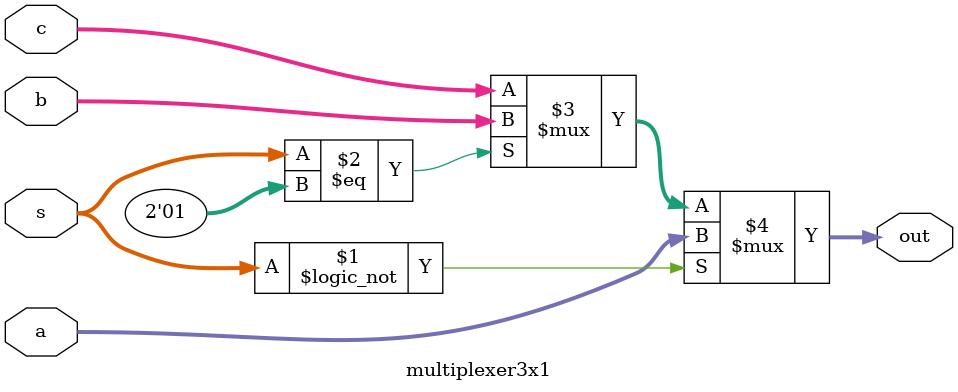
<source format=v>
`timescale 1ns / 1ps

module multiplexer3x1(
    input [63:0] a,
    input [63:0] b,
    input [63:0] c,
    input [1:0] s,
    output [63:0] out
    );
    assign out = s==2'b00 ? a : (s==2'b01 ? b : c);
endmodule

</source>
